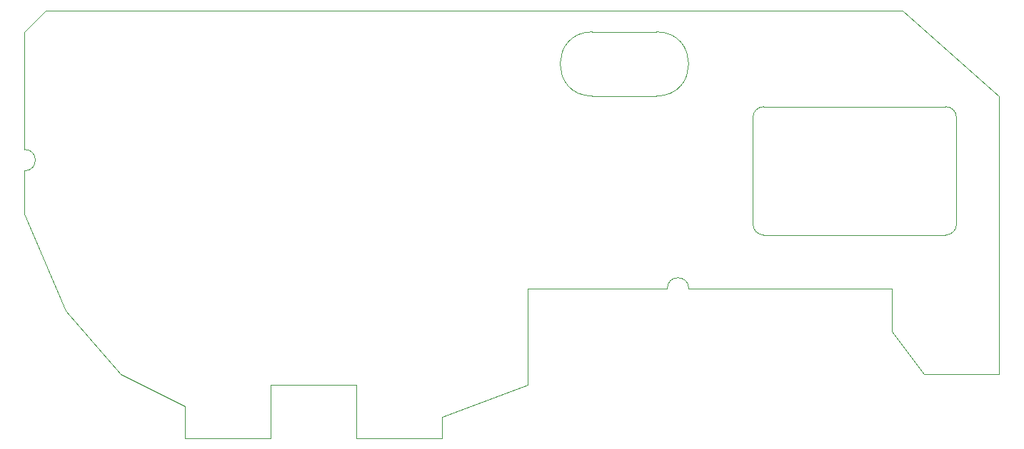
<source format=gbr>
%TF.GenerationSoftware,KiCad,Pcbnew,(5.1.8)-1*%
%TF.CreationDate,2020-12-23T12:42:43+01:00*%
%TF.ProjectId,Kiwi_EasyBoardv1.0,4b697769-5f45-4617-9379-426f61726476,rev?*%
%TF.SameCoordinates,Original*%
%TF.FileFunction,Profile,NP*%
%FSLAX46Y46*%
G04 Gerber Fmt 4.6, Leading zero omitted, Abs format (unit mm)*
G04 Created by KiCad (PCBNEW (5.1.8)-1) date 2020-12-23 12:42:43*
%MOMM*%
%LPD*%
G01*
G04 APERTURE LIST*
%TA.AperFunction,Profile*%
%ADD10C,0.050000*%
%TD*%
G04 APERTURE END LIST*
D10*
X76200000Y-86360000D02*
X76200000Y-100330000D01*
X180340000Y-83820000D02*
X78740000Y-83820000D01*
X76200000Y-86360000D02*
X78740000Y-83820000D01*
X154940000Y-116840000D02*
X179070000Y-116840000D01*
X144780000Y-116840000D02*
X152400000Y-116840000D01*
X152400000Y-116840000D02*
G75*
G02*
X154940000Y-116840000I1270000J0D01*
G01*
X76200000Y-102870000D02*
X76200000Y-107950000D01*
X76200000Y-100330000D02*
G75*
G02*
X76200000Y-102870000I0J-1270000D01*
G01*
X105410000Y-128270000D02*
X115570000Y-128270000D01*
X81079773Y-119452036D02*
X87630000Y-127000000D01*
X81079773Y-119452036D02*
X76200000Y-107950000D01*
X182880000Y-127000000D02*
X191770000Y-127000000D01*
X135890000Y-116840000D02*
X144780000Y-116840000D01*
X125730000Y-132080000D02*
X135890000Y-128270000D01*
X135890000Y-116840000D02*
X135890000Y-128270000D01*
X95250000Y-130810000D02*
X87630000Y-127000000D01*
X185420000Y-95250000D02*
X163830000Y-95250000D01*
X186690000Y-109220000D02*
X186690000Y-96520000D01*
X163830000Y-110490000D02*
X185420000Y-110490000D01*
X162560000Y-96520000D02*
X162560000Y-109220000D01*
X186690000Y-109220000D02*
G75*
G02*
X185420000Y-110490000I-1270000J0D01*
G01*
X163830000Y-110490000D02*
G75*
G02*
X162560000Y-109220000I0J1270000D01*
G01*
X162560000Y-96520000D02*
G75*
G02*
X163830000Y-95250000I1270000J0D01*
G01*
X185420000Y-95250000D02*
G75*
G02*
X186690000Y-96520000I0J-1270000D01*
G01*
X179070000Y-116840000D02*
X179070000Y-118110000D01*
X191770000Y-93980000D02*
X180340000Y-83820000D01*
X191770000Y-127000000D02*
X191770000Y-93980000D01*
X179070000Y-121920000D02*
X182880000Y-127000000D01*
X179070000Y-118110000D02*
X179070000Y-121920000D01*
X115570000Y-128270000D02*
X115570000Y-134620000D01*
X125730000Y-134620000D02*
X125730000Y-132080000D01*
X95250000Y-134620000D02*
X95250000Y-130810000D01*
X115570000Y-134620000D02*
X125730000Y-134620000D01*
X105410000Y-134620000D02*
X95250000Y-134620000D01*
X105410000Y-128270000D02*
X105410000Y-134620000D01*
X143510000Y-93980000D02*
X151130000Y-93980000D01*
X143510000Y-86360000D02*
X151130000Y-86360000D01*
X143510000Y-93980000D02*
G75*
G02*
X143510000Y-86360000I0J3810000D01*
G01*
X151130000Y-86360000D02*
G75*
G02*
X151130000Y-93980000I0J-3810000D01*
G01*
M02*

</source>
